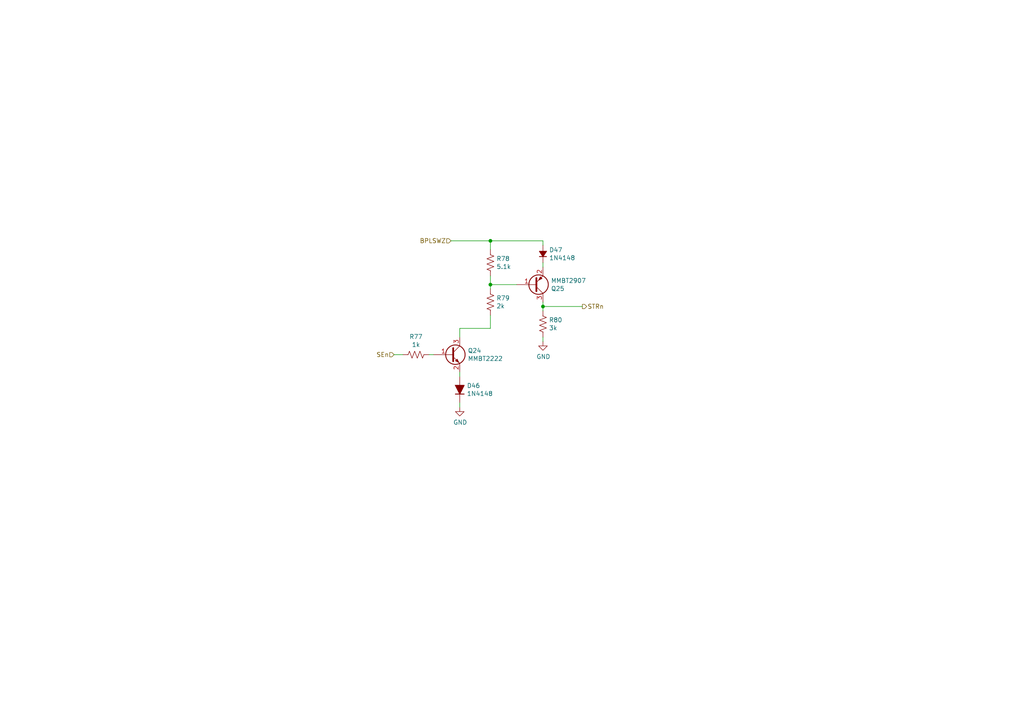
<source format=kicad_sch>
(kicad_sch (version 20211123) (generator eeschema)
  (paper "A4")
  (lib_symbols
    (symbol "Device:D_Filled" (pin_numbers hide) (pin_names (offset 1.016) hide)
      (property "Reference" "D" (at 0 2.54 0))
      (property "Value" "D_Filled" (at 0 -2.54 0))
      (symbol "D_Filled_0_1"
        (polyline (pts (xy -1.27 1.27) (xy -1.27 -1.27)) (stroke (width 0.254)))
        (polyline (pts (xy 1.27 0) (xy -1.27 0)))
        (polyline (pts (xy 1.27 1.27) (xy 1.27 -1.27) (xy -1.27 0) (xy 1.27 1.27)) (stroke (width 0.254)) (fill (type outline)))
      )
      (symbol "D_Filled_1_1"
        (pin passive line (at -3.81 0 0) (length 2.54) (name "K") (number "1"))
        (pin passive line (at 3.81 0 180) (length 2.54) (name "A") (number "2"))
      )
    )
    (symbol "Device:D_Small_Filled" (pin_numbers hide) (pin_names (offset 0.254) hide)
      (property "Reference" "D" (at -1.27 2.032 0))
      (property "Value" "D_Small_Filled" (at -3.81 -2.032 0))
      (symbol "D_Small_Filled_0_1"
        (polyline (pts (xy -0.762 -1.016) (xy -0.762 1.016)) (stroke (width 0.254)))
        (polyline (pts (xy -0.762 0) (xy 0.762 0)))
        (polyline (pts (xy 0.762 -1.016) (xy -0.762 0) (xy 0.762 1.016) (xy 0.762 -1.016)) (stroke (width 0.254)) (fill (type outline)))
      )
      (symbol "D_Small_Filled_1_1"
        (pin passive line (at -2.54 0 0) (length 1.778) (name "K") (number "1"))
        (pin passive line (at 2.54 0 180) (length 1.778) (name "A") (number "2"))
      )
    )
    (symbol "Device:Q_NPN_BEC" (pin_names (offset 0) hide)
      (property "Reference" "Q" (at 5.08 1.27 0))
      (property "Value" "Q_NPN_BEC" (at 5.08 -1.27 0))
      (symbol "Q_NPN_BEC_0_1"
        (polyline (pts (xy 0.635 0.635) (xy 2.54 2.54)))
        (polyline (pts (xy 0.635 -0.635) (xy 2.54 -2.54) (xy 2.54 -2.54)))
        (polyline (pts (xy 0.635 1.905) (xy 0.635 -1.905) (xy 0.635 -1.905)) (stroke (width 0.508)))
        (polyline (pts (xy 1.27 -1.778) (xy 1.778 -1.27) (xy 2.286 -2.286) (xy 1.27 -1.778) (xy 1.27 -1.778)) (fill (type outline)))
        (circle (center 1.27 0) (radius 2.8194) (stroke (width 0.254)))
      )
      (symbol "Q_NPN_BEC_1_1"
        (pin input line (at -5.08 0 0) (length 5.715) (name "B") (number "1"))
        (pin passive line (at 2.54 -5.08 90) (length 2.54) (name "E") (number "2"))
        (pin passive line (at 2.54 5.08 270) (length 2.54) (name "C") (number "3"))
      )
    )
    (symbol "Device:Q_PNP_BEC" (pin_names (offset 0) hide)
      (property "Reference" "Q" (at 5.08 1.27 0))
      (property "Value" "Q_PNP_BEC" (at 5.08 -1.27 0))
      (symbol "Q_PNP_BEC_0_1"
        (polyline (pts (xy 0.635 0.635) (xy 2.54 2.54)))
        (polyline (pts (xy 0.635 -0.635) (xy 2.54 -2.54) (xy 2.54 -2.54)))
        (polyline (pts (xy 0.635 1.905) (xy 0.635 -1.905) (xy 0.635 -1.905)) (stroke (width 0.508)))
        (polyline (pts (xy 2.286 -1.778) (xy 1.778 -2.286) (xy 1.27 -1.27) (xy 2.286 -1.778) (xy 2.286 -1.778)) (fill (type outline)))
        (circle (center 1.27 0) (radius 2.8194) (stroke (width 0.254)))
      )
      (symbol "Q_PNP_BEC_1_1"
        (pin input line (at -5.08 0 0) (length 5.715) (name "B") (number "1"))
        (pin passive line (at 2.54 -5.08 90) (length 2.54) (name "E") (number "2"))
        (pin passive line (at 2.54 5.08 270) (length 2.54) (name "C") (number "3"))
      )
    )
    (symbol "Device:R_US" (pin_numbers hide) (pin_names (offset 0))
      (property "Reference" "R" (at 2.54 0 90))
      (property "Value" "R_US" (at -2.54 0 90))
      (symbol "R_US_0_1"
        (polyline (pts (xy 0 -2.286) (xy 0 -2.54)))
        (polyline (pts (xy 0 2.286) (xy 0 2.54)))
        (polyline (pts (xy 0 -0.762) (xy 1.016 -1.143) (xy 0 -1.524) (xy -1.016 -1.905) (xy 0 -2.286)))
        (polyline (pts (xy 0 0.762) (xy 1.016 0.381) (xy 0 0) (xy -1.016 -0.381) (xy 0 -0.762)))
        (polyline (pts (xy 0 2.286) (xy 1.016 1.905) (xy 0 1.524) (xy -1.016 1.143) (xy 0 0.762)))
      )
      (symbol "R_US_1_1"
        (pin passive line (at 0 3.81 270) (length 1.27) (name "~") (number "1"))
        (pin passive line (at 0 -3.81 90) (length 1.27) (name "~") (number "2"))
      )
    )
    (symbol "power:GND" (power) (pin_names (offset 0))
      (property "Value" "GND" (at 0 -3.81 0))
      (symbol "GND_0_1"
        (polyline (pts (xy 0 0) (xy 0 -1.27) (xy 1.27 -1.27) (xy 0 -2.54) (xy -1.27 -1.27) (xy 0 -1.27)))
      )
      (symbol "GND_1_1"
        (pin power_in line (at 0 0 270) (length 0) hide (name "GND") (number "1"))
      )
    )
  )
  (junction (at 142.24 82.55))
  (junction (at 157.48 88.9))
  (junction (at 142.24 69.85))
  (wire (pts (xy 157.48 88.9) (xy 157.48 90.17)))
  (wire (pts (xy 114.3 102.87) (xy 116.84 102.87)))
  (wire (pts (xy 124.46 102.87) (xy 125.73 102.87)))
  (wire (pts (xy 133.35 107.95) (xy 133.35 109.22)))
  (wire (pts (xy 142.24 91.44) (xy 142.24 95.25)))
  (wire (pts (xy 130.81 69.85) (xy 142.24 69.85)))
  (wire (pts (xy 157.48 69.85) (xy 157.48 71.12)))
  (wire (pts (xy 157.48 87.63) (xy 157.48 88.9)))
  (wire (pts (xy 142.24 69.85) (xy 142.24 72.39)))
  (wire (pts (xy 142.24 80.01) (xy 142.24 82.55)))
  (wire (pts (xy 133.35 97.79) (xy 133.35 95.25)))
  (wire (pts (xy 157.48 97.79) (xy 157.48 99.06)))
  (wire (pts (xy 142.24 69.85) (xy 157.48 69.85)))
  (wire (pts (xy 157.48 76.2) (xy 157.48 77.47)))
  (wire (pts (xy 157.48 88.9) (xy 168.91 88.9)))
  (wire (pts (xy 133.35 95.25) (xy 142.24 95.25)))
  (wire (pts (xy 133.35 116.84) (xy 133.35 118.11)))
  (wire (pts (xy 142.24 82.55) (xy 142.24 83.82)))
  (wire (pts (xy 142.24 82.55) (xy 149.86 82.55)))
  (hierarchical_label "STRn" (shape output) (at 168.91 88.9 0))
  (hierarchical_label "SEn" (shape input) (at 114.3 102.87 180))
  (hierarchical_label "BPLSWZ" (shape input) (at 130.81 69.85 180))
  (symbol (lib_id "power:GND") (at 157.48 99.06 0)
    (property "Reference" "#PWR070" (effects hide))
    (property "Value" "GND" (at 157.607 103.4542 0))
  )
  (symbol (lib_id "Device:R_US") (at 142.24 87.63 0)
    (property "Reference" "R79" (at 143.9672 86.4616 0) (effects (justify left)))
    (property "Value" "2k" (at 143.9672 88.773 0) (effects (justify left)))
    (property "Footprint" "Resistor_SMD:R_0603_1608Metric" (effects hide))
  )
  (symbol (lib_id "Device:R_US") (at 142.24 76.2 0)
    (property "Reference" "R78" (at 143.9672 75.0316 0) (effects (justify left)))
    (property "Value" "5.1k" (at 143.9672 77.343 0) (effects (justify left)))
    (property "Footprint" "Resistor_SMD:R_0603_1608Metric" (effects hide))
  )
  (symbol (lib_id "Device:Q_PNP_BEC") (at 154.94 82.55 0) (mirror x)
    (property "Reference" "Q25" (at 159.7914 83.7184 0) (effects (justify left)))
    (property "Value" "MMBT2907" (at 159.7914 81.407 0) (effects (justify left)))
    (property "Footprint" "Package_TO_SOT_SMD:SOT-23" (effects hide))
    (property "Digikey" "https://www.digikey.com/en/products/detail/MMBT2907A-G/641-1952-1-ND/9477883" (effects hide))
    (property "Part Number" "MMBT2907A-G" (effects hide))
  )
  (symbol (lib_id "Device:R_US") (at 157.48 93.98 0)
    (property "Reference" "R80" (at 159.2072 92.8116 0) (effects (justify left)))
    (property "Value" "3k" (at 159.2072 95.123 0) (effects (justify left)))
    (property "Footprint" "Resistor_SMD:R_0603_1608Metric" (effects hide))
  )
  (symbol (lib_id "Device:D_Small_Filled") (at 157.48 73.66 90)
    (property "Reference" "D47" (at 159.258 72.4916 90) (effects (justify right)))
    (property "Value" "1N4148" (at 159.258 74.803 90) (effects (justify right)))
    (property "Footprint" "Diode_SMD:D_SOD-323" (effects hide))
    (property "Part Number" "1N4148WSTR" (effects hide))
    (property "Digikey" "https://www.digikey.com/en/products/detail/smc-diode-solutions/1N4148WSTR/6022449" (effects hide))
  )
  (symbol (lib_id "Device:R_US") (at 120.65 102.87 270)
    (property "Reference" "R77" (at 120.65 97.663 90))
    (property "Value" "1k" (at 120.65 99.9744 90))
    (property "Footprint" "Resistor_SMD:R_0603_1608Metric" (effects hide))
  )
  (symbol (lib_id "Device:Q_NPN_BEC") (at 130.81 102.87 0)
    (property "Reference" "Q24" (at 135.6614 101.7016 0) (effects (justify left)))
    (property "Value" "MMBT2222" (at 135.6614 104.013 0) (effects (justify left)))
    (property "Footprint" "Package_TO_SOT_SMD:SOT-23" (effects hide))
    (property "Digikey" "https://www.digikey.com/en/products/detail/MMBT2222A-G/641-1942-1-ND/9477875" (effects hide))
    (property "Part Number" "MMBT2222A-G" (effects hide))
  )
  (symbol (lib_id "Device:D_Filled") (at 133.35 113.03 90)
    (property "Reference" "D46" (at 135.382 111.8616 90) (effects (justify right)))
    (property "Value" "1N4148" (at 135.382 114.173 90) (effects (justify right)))
    (property "Footprint" "Diode_SMD:D_SOD-323" (effects hide))
    (property "Part Number" "1N4148WSTR" (effects hide))
    (property "Digikey" "https://www.digikey.com/en/products/detail/smc-diode-solutions/1N4148WSTR/6022449" (effects hide))
  )
  (symbol (lib_id "power:GND") (at 133.35 118.11 0)
    (property "Reference" "#PWR069" (effects hide))
    (property "Value" "GND" (at 133.477 122.5042 0))
  )
)
</source>
